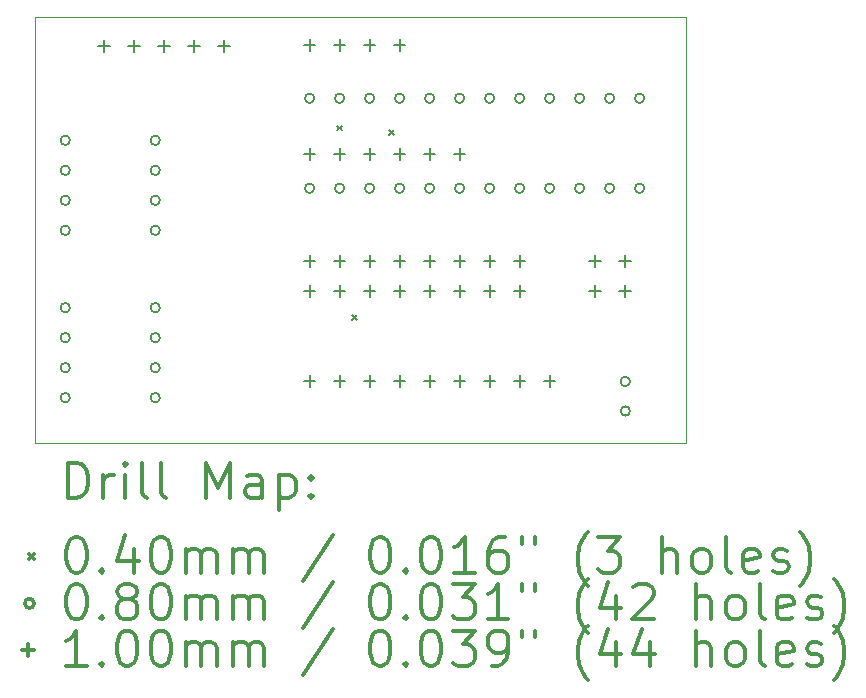
<source format=gbr>
%FSLAX45Y45*%
G04 Gerber Fmt 4.5, Leading zero omitted, Abs format (unit mm)*
G04 Created by KiCad (PCBNEW (5.1.9)-1) date 2023-05-10 20:36:40*
%MOMM*%
%LPD*%
G01*
G04 APERTURE LIST*
%TA.AperFunction,Profile*%
%ADD10C,0.050000*%
%TD*%
%ADD11C,0.200000*%
%ADD12C,0.300000*%
G04 APERTURE END LIST*
D10*
X9729500Y-11045000D02*
X9729500Y-7437000D01*
X15241500Y-11045000D02*
X9729500Y-11045000D01*
X15241500Y-7437000D02*
X15241500Y-11045000D01*
X9729500Y-7437000D02*
X15241500Y-7437000D01*
D11*
X12292000Y-8359639D02*
X12332000Y-8399639D01*
X12332000Y-8359639D02*
X12292000Y-8399639D01*
X12416500Y-9965000D02*
X12456500Y-10005000D01*
X12456500Y-9965000D02*
X12416500Y-10005000D01*
X12731283Y-8399711D02*
X12771283Y-8439711D01*
X12771283Y-8399711D02*
X12731283Y-8439711D01*
X10029500Y-8483000D02*
G75*
G03*
X10029500Y-8483000I-40000J0D01*
G01*
X10029500Y-8737000D02*
G75*
G03*
X10029500Y-8737000I-40000J0D01*
G01*
X10029500Y-8991000D02*
G75*
G03*
X10029500Y-8991000I-40000J0D01*
G01*
X10029500Y-9245000D02*
G75*
G03*
X10029500Y-9245000I-40000J0D01*
G01*
X10029500Y-9900500D02*
G75*
G03*
X10029500Y-9900500I-40000J0D01*
G01*
X10029500Y-10154500D02*
G75*
G03*
X10029500Y-10154500I-40000J0D01*
G01*
X10029500Y-10408500D02*
G75*
G03*
X10029500Y-10408500I-40000J0D01*
G01*
X10029500Y-10662500D02*
G75*
G03*
X10029500Y-10662500I-40000J0D01*
G01*
X10791500Y-8483000D02*
G75*
G03*
X10791500Y-8483000I-40000J0D01*
G01*
X10791500Y-8737000D02*
G75*
G03*
X10791500Y-8737000I-40000J0D01*
G01*
X10791500Y-8991000D02*
G75*
G03*
X10791500Y-8991000I-40000J0D01*
G01*
X10791500Y-9245000D02*
G75*
G03*
X10791500Y-9245000I-40000J0D01*
G01*
X10791500Y-9900500D02*
G75*
G03*
X10791500Y-9900500I-40000J0D01*
G01*
X10791500Y-10154500D02*
G75*
G03*
X10791500Y-10154500I-40000J0D01*
G01*
X10791500Y-10408500D02*
G75*
G03*
X10791500Y-10408500I-40000J0D01*
G01*
X10791500Y-10662500D02*
G75*
G03*
X10791500Y-10662500I-40000J0D01*
G01*
X12098000Y-8127500D02*
G75*
G03*
X12098000Y-8127500I-40000J0D01*
G01*
X12098000Y-8889500D02*
G75*
G03*
X12098000Y-8889500I-40000J0D01*
G01*
X12352000Y-8127500D02*
G75*
G03*
X12352000Y-8127500I-40000J0D01*
G01*
X12352000Y-8889500D02*
G75*
G03*
X12352000Y-8889500I-40000J0D01*
G01*
X12606000Y-8127500D02*
G75*
G03*
X12606000Y-8127500I-40000J0D01*
G01*
X12606000Y-8889500D02*
G75*
G03*
X12606000Y-8889500I-40000J0D01*
G01*
X12860000Y-8127500D02*
G75*
G03*
X12860000Y-8127500I-40000J0D01*
G01*
X12860000Y-8889500D02*
G75*
G03*
X12860000Y-8889500I-40000J0D01*
G01*
X13114000Y-8127500D02*
G75*
G03*
X13114000Y-8127500I-40000J0D01*
G01*
X13114000Y-8889500D02*
G75*
G03*
X13114000Y-8889500I-40000J0D01*
G01*
X13368000Y-8127500D02*
G75*
G03*
X13368000Y-8127500I-40000J0D01*
G01*
X13368000Y-8889500D02*
G75*
G03*
X13368000Y-8889500I-40000J0D01*
G01*
X13622000Y-8127500D02*
G75*
G03*
X13622000Y-8127500I-40000J0D01*
G01*
X13622000Y-8889500D02*
G75*
G03*
X13622000Y-8889500I-40000J0D01*
G01*
X13876000Y-8127500D02*
G75*
G03*
X13876000Y-8127500I-40000J0D01*
G01*
X13876000Y-8889500D02*
G75*
G03*
X13876000Y-8889500I-40000J0D01*
G01*
X14130000Y-8127500D02*
G75*
G03*
X14130000Y-8127500I-40000J0D01*
G01*
X14130000Y-8889500D02*
G75*
G03*
X14130000Y-8889500I-40000J0D01*
G01*
X14384000Y-8127500D02*
G75*
G03*
X14384000Y-8127500I-40000J0D01*
G01*
X14384000Y-8889500D02*
G75*
G03*
X14384000Y-8889500I-40000J0D01*
G01*
X14638000Y-8127500D02*
G75*
G03*
X14638000Y-8127500I-40000J0D01*
G01*
X14638000Y-8889500D02*
G75*
G03*
X14638000Y-8889500I-40000J0D01*
G01*
X14771500Y-10525500D02*
G75*
G03*
X14771500Y-10525500I-40000J0D01*
G01*
X14771500Y-10775500D02*
G75*
G03*
X14771500Y-10775500I-40000J0D01*
G01*
X14892000Y-8127500D02*
G75*
G03*
X14892000Y-8127500I-40000J0D01*
G01*
X14892000Y-8889500D02*
G75*
G03*
X14892000Y-8889500I-40000J0D01*
G01*
X10320500Y-7632500D02*
X10320500Y-7732500D01*
X10270500Y-7682500D02*
X10370500Y-7682500D01*
X10574500Y-7632500D02*
X10574500Y-7732500D01*
X10524500Y-7682500D02*
X10624500Y-7682500D01*
X10828500Y-7632500D02*
X10828500Y-7732500D01*
X10778500Y-7682500D02*
X10878500Y-7682500D01*
X11082500Y-7632500D02*
X11082500Y-7732500D01*
X11032500Y-7682500D02*
X11132500Y-7682500D01*
X11336500Y-7632500D02*
X11336500Y-7732500D01*
X11286500Y-7682500D02*
X11386500Y-7682500D01*
X12058000Y-7627500D02*
X12058000Y-7727500D01*
X12008000Y-7677500D02*
X12108000Y-7677500D01*
X12058000Y-8550500D02*
X12058000Y-8650500D01*
X12008000Y-8600500D02*
X12108000Y-8600500D01*
X12058000Y-9455500D02*
X12058000Y-9555500D01*
X12008000Y-9505500D02*
X12108000Y-9505500D01*
X12058000Y-9709500D02*
X12058000Y-9809500D01*
X12008000Y-9759500D02*
X12108000Y-9759500D01*
X12058000Y-10471500D02*
X12058000Y-10571500D01*
X12008000Y-10521500D02*
X12108000Y-10521500D01*
X12312000Y-7627500D02*
X12312000Y-7727500D01*
X12262000Y-7677500D02*
X12362000Y-7677500D01*
X12312000Y-8550500D02*
X12312000Y-8650500D01*
X12262000Y-8600500D02*
X12362000Y-8600500D01*
X12312000Y-9455500D02*
X12312000Y-9555500D01*
X12262000Y-9505500D02*
X12362000Y-9505500D01*
X12312000Y-9709500D02*
X12312000Y-9809500D01*
X12262000Y-9759500D02*
X12362000Y-9759500D01*
X12312000Y-10471500D02*
X12312000Y-10571500D01*
X12262000Y-10521500D02*
X12362000Y-10521500D01*
X12566000Y-7627500D02*
X12566000Y-7727500D01*
X12516000Y-7677500D02*
X12616000Y-7677500D01*
X12566000Y-8550500D02*
X12566000Y-8650500D01*
X12516000Y-8600500D02*
X12616000Y-8600500D01*
X12566000Y-9455500D02*
X12566000Y-9555500D01*
X12516000Y-9505500D02*
X12616000Y-9505500D01*
X12566000Y-9709500D02*
X12566000Y-9809500D01*
X12516000Y-9759500D02*
X12616000Y-9759500D01*
X12566000Y-10471500D02*
X12566000Y-10571500D01*
X12516000Y-10521500D02*
X12616000Y-10521500D01*
X12820000Y-7627500D02*
X12820000Y-7727500D01*
X12770000Y-7677500D02*
X12870000Y-7677500D01*
X12820000Y-8550500D02*
X12820000Y-8650500D01*
X12770000Y-8600500D02*
X12870000Y-8600500D01*
X12820000Y-9455500D02*
X12820000Y-9555500D01*
X12770000Y-9505500D02*
X12870000Y-9505500D01*
X12820000Y-9709500D02*
X12820000Y-9809500D01*
X12770000Y-9759500D02*
X12870000Y-9759500D01*
X12820000Y-10471500D02*
X12820000Y-10571500D01*
X12770000Y-10521500D02*
X12870000Y-10521500D01*
X13074000Y-8550500D02*
X13074000Y-8650500D01*
X13024000Y-8600500D02*
X13124000Y-8600500D01*
X13074000Y-9455500D02*
X13074000Y-9555500D01*
X13024000Y-9505500D02*
X13124000Y-9505500D01*
X13074000Y-9709500D02*
X13074000Y-9809500D01*
X13024000Y-9759500D02*
X13124000Y-9759500D01*
X13074000Y-10471500D02*
X13074000Y-10571500D01*
X13024000Y-10521500D02*
X13124000Y-10521500D01*
X13328000Y-8550500D02*
X13328000Y-8650500D01*
X13278000Y-8600500D02*
X13378000Y-8600500D01*
X13328000Y-9455500D02*
X13328000Y-9555500D01*
X13278000Y-9505500D02*
X13378000Y-9505500D01*
X13328000Y-9709500D02*
X13328000Y-9809500D01*
X13278000Y-9759500D02*
X13378000Y-9759500D01*
X13328000Y-10471500D02*
X13328000Y-10571500D01*
X13278000Y-10521500D02*
X13378000Y-10521500D01*
X13582000Y-9455500D02*
X13582000Y-9555500D01*
X13532000Y-9505500D02*
X13632000Y-9505500D01*
X13582000Y-9709500D02*
X13582000Y-9809500D01*
X13532000Y-9759500D02*
X13632000Y-9759500D01*
X13582000Y-10471500D02*
X13582000Y-10571500D01*
X13532000Y-10521500D02*
X13632000Y-10521500D01*
X13836000Y-9455500D02*
X13836000Y-9555500D01*
X13786000Y-9505500D02*
X13886000Y-9505500D01*
X13836000Y-9709500D02*
X13836000Y-9809500D01*
X13786000Y-9759500D02*
X13886000Y-9759500D01*
X13836000Y-10471500D02*
X13836000Y-10571500D01*
X13786000Y-10521500D02*
X13886000Y-10521500D01*
X14090000Y-10471500D02*
X14090000Y-10571500D01*
X14040000Y-10521500D02*
X14140000Y-10521500D01*
X14474500Y-9455500D02*
X14474500Y-9555500D01*
X14424500Y-9505500D02*
X14524500Y-9505500D01*
X14474500Y-9709500D02*
X14474500Y-9809500D01*
X14424500Y-9759500D02*
X14524500Y-9759500D01*
X14728500Y-9455500D02*
X14728500Y-9555500D01*
X14678500Y-9505500D02*
X14778500Y-9505500D01*
X14728500Y-9709500D02*
X14728500Y-9809500D01*
X14678500Y-9759500D02*
X14778500Y-9759500D01*
D12*
X10013428Y-11513214D02*
X10013428Y-11213214D01*
X10084857Y-11213214D01*
X10127714Y-11227500D01*
X10156286Y-11256071D01*
X10170571Y-11284643D01*
X10184857Y-11341786D01*
X10184857Y-11384643D01*
X10170571Y-11441786D01*
X10156286Y-11470357D01*
X10127714Y-11498929D01*
X10084857Y-11513214D01*
X10013428Y-11513214D01*
X10313428Y-11513214D02*
X10313428Y-11313214D01*
X10313428Y-11370357D02*
X10327714Y-11341786D01*
X10342000Y-11327500D01*
X10370571Y-11313214D01*
X10399143Y-11313214D01*
X10499143Y-11513214D02*
X10499143Y-11313214D01*
X10499143Y-11213214D02*
X10484857Y-11227500D01*
X10499143Y-11241786D01*
X10513428Y-11227500D01*
X10499143Y-11213214D01*
X10499143Y-11241786D01*
X10684857Y-11513214D02*
X10656286Y-11498929D01*
X10642000Y-11470357D01*
X10642000Y-11213214D01*
X10842000Y-11513214D02*
X10813428Y-11498929D01*
X10799143Y-11470357D01*
X10799143Y-11213214D01*
X11184857Y-11513214D02*
X11184857Y-11213214D01*
X11284857Y-11427500D01*
X11384857Y-11213214D01*
X11384857Y-11513214D01*
X11656286Y-11513214D02*
X11656286Y-11356071D01*
X11642000Y-11327500D01*
X11613428Y-11313214D01*
X11556286Y-11313214D01*
X11527714Y-11327500D01*
X11656286Y-11498929D02*
X11627714Y-11513214D01*
X11556286Y-11513214D01*
X11527714Y-11498929D01*
X11513428Y-11470357D01*
X11513428Y-11441786D01*
X11527714Y-11413214D01*
X11556286Y-11398929D01*
X11627714Y-11398929D01*
X11656286Y-11384643D01*
X11799143Y-11313214D02*
X11799143Y-11613214D01*
X11799143Y-11327500D02*
X11827714Y-11313214D01*
X11884857Y-11313214D01*
X11913428Y-11327500D01*
X11927714Y-11341786D01*
X11942000Y-11370357D01*
X11942000Y-11456071D01*
X11927714Y-11484643D01*
X11913428Y-11498929D01*
X11884857Y-11513214D01*
X11827714Y-11513214D01*
X11799143Y-11498929D01*
X12070571Y-11484643D02*
X12084857Y-11498929D01*
X12070571Y-11513214D01*
X12056286Y-11498929D01*
X12070571Y-11484643D01*
X12070571Y-11513214D01*
X12070571Y-11327500D02*
X12084857Y-11341786D01*
X12070571Y-11356071D01*
X12056286Y-11341786D01*
X12070571Y-11327500D01*
X12070571Y-11356071D01*
X9687000Y-11987500D02*
X9727000Y-12027500D01*
X9727000Y-11987500D02*
X9687000Y-12027500D01*
X10070571Y-11843214D02*
X10099143Y-11843214D01*
X10127714Y-11857500D01*
X10142000Y-11871786D01*
X10156286Y-11900357D01*
X10170571Y-11957500D01*
X10170571Y-12028929D01*
X10156286Y-12086071D01*
X10142000Y-12114643D01*
X10127714Y-12128929D01*
X10099143Y-12143214D01*
X10070571Y-12143214D01*
X10042000Y-12128929D01*
X10027714Y-12114643D01*
X10013428Y-12086071D01*
X9999143Y-12028929D01*
X9999143Y-11957500D01*
X10013428Y-11900357D01*
X10027714Y-11871786D01*
X10042000Y-11857500D01*
X10070571Y-11843214D01*
X10299143Y-12114643D02*
X10313428Y-12128929D01*
X10299143Y-12143214D01*
X10284857Y-12128929D01*
X10299143Y-12114643D01*
X10299143Y-12143214D01*
X10570571Y-11943214D02*
X10570571Y-12143214D01*
X10499143Y-11828929D02*
X10427714Y-12043214D01*
X10613428Y-12043214D01*
X10784857Y-11843214D02*
X10813428Y-11843214D01*
X10842000Y-11857500D01*
X10856286Y-11871786D01*
X10870571Y-11900357D01*
X10884857Y-11957500D01*
X10884857Y-12028929D01*
X10870571Y-12086071D01*
X10856286Y-12114643D01*
X10842000Y-12128929D01*
X10813428Y-12143214D01*
X10784857Y-12143214D01*
X10756286Y-12128929D01*
X10742000Y-12114643D01*
X10727714Y-12086071D01*
X10713428Y-12028929D01*
X10713428Y-11957500D01*
X10727714Y-11900357D01*
X10742000Y-11871786D01*
X10756286Y-11857500D01*
X10784857Y-11843214D01*
X11013428Y-12143214D02*
X11013428Y-11943214D01*
X11013428Y-11971786D02*
X11027714Y-11957500D01*
X11056286Y-11943214D01*
X11099143Y-11943214D01*
X11127714Y-11957500D01*
X11142000Y-11986071D01*
X11142000Y-12143214D01*
X11142000Y-11986071D02*
X11156286Y-11957500D01*
X11184857Y-11943214D01*
X11227714Y-11943214D01*
X11256286Y-11957500D01*
X11270571Y-11986071D01*
X11270571Y-12143214D01*
X11413428Y-12143214D02*
X11413428Y-11943214D01*
X11413428Y-11971786D02*
X11427714Y-11957500D01*
X11456286Y-11943214D01*
X11499143Y-11943214D01*
X11527714Y-11957500D01*
X11542000Y-11986071D01*
X11542000Y-12143214D01*
X11542000Y-11986071D02*
X11556286Y-11957500D01*
X11584857Y-11943214D01*
X11627714Y-11943214D01*
X11656286Y-11957500D01*
X11670571Y-11986071D01*
X11670571Y-12143214D01*
X12256286Y-11828929D02*
X11999143Y-12214643D01*
X12642000Y-11843214D02*
X12670571Y-11843214D01*
X12699143Y-11857500D01*
X12713428Y-11871786D01*
X12727714Y-11900357D01*
X12742000Y-11957500D01*
X12742000Y-12028929D01*
X12727714Y-12086071D01*
X12713428Y-12114643D01*
X12699143Y-12128929D01*
X12670571Y-12143214D01*
X12642000Y-12143214D01*
X12613428Y-12128929D01*
X12599143Y-12114643D01*
X12584857Y-12086071D01*
X12570571Y-12028929D01*
X12570571Y-11957500D01*
X12584857Y-11900357D01*
X12599143Y-11871786D01*
X12613428Y-11857500D01*
X12642000Y-11843214D01*
X12870571Y-12114643D02*
X12884857Y-12128929D01*
X12870571Y-12143214D01*
X12856286Y-12128929D01*
X12870571Y-12114643D01*
X12870571Y-12143214D01*
X13070571Y-11843214D02*
X13099143Y-11843214D01*
X13127714Y-11857500D01*
X13142000Y-11871786D01*
X13156286Y-11900357D01*
X13170571Y-11957500D01*
X13170571Y-12028929D01*
X13156286Y-12086071D01*
X13142000Y-12114643D01*
X13127714Y-12128929D01*
X13099143Y-12143214D01*
X13070571Y-12143214D01*
X13042000Y-12128929D01*
X13027714Y-12114643D01*
X13013428Y-12086071D01*
X12999143Y-12028929D01*
X12999143Y-11957500D01*
X13013428Y-11900357D01*
X13027714Y-11871786D01*
X13042000Y-11857500D01*
X13070571Y-11843214D01*
X13456286Y-12143214D02*
X13284857Y-12143214D01*
X13370571Y-12143214D02*
X13370571Y-11843214D01*
X13342000Y-11886071D01*
X13313428Y-11914643D01*
X13284857Y-11928929D01*
X13713428Y-11843214D02*
X13656286Y-11843214D01*
X13627714Y-11857500D01*
X13613428Y-11871786D01*
X13584857Y-11914643D01*
X13570571Y-11971786D01*
X13570571Y-12086071D01*
X13584857Y-12114643D01*
X13599143Y-12128929D01*
X13627714Y-12143214D01*
X13684857Y-12143214D01*
X13713428Y-12128929D01*
X13727714Y-12114643D01*
X13742000Y-12086071D01*
X13742000Y-12014643D01*
X13727714Y-11986071D01*
X13713428Y-11971786D01*
X13684857Y-11957500D01*
X13627714Y-11957500D01*
X13599143Y-11971786D01*
X13584857Y-11986071D01*
X13570571Y-12014643D01*
X13856286Y-11843214D02*
X13856286Y-11900357D01*
X13970571Y-11843214D02*
X13970571Y-11900357D01*
X14413428Y-12257500D02*
X14399143Y-12243214D01*
X14370571Y-12200357D01*
X14356286Y-12171786D01*
X14342000Y-12128929D01*
X14327714Y-12057500D01*
X14327714Y-12000357D01*
X14342000Y-11928929D01*
X14356286Y-11886071D01*
X14370571Y-11857500D01*
X14399143Y-11814643D01*
X14413428Y-11800357D01*
X14499143Y-11843214D02*
X14684857Y-11843214D01*
X14584857Y-11957500D01*
X14627714Y-11957500D01*
X14656286Y-11971786D01*
X14670571Y-11986071D01*
X14684857Y-12014643D01*
X14684857Y-12086071D01*
X14670571Y-12114643D01*
X14656286Y-12128929D01*
X14627714Y-12143214D01*
X14542000Y-12143214D01*
X14513428Y-12128929D01*
X14499143Y-12114643D01*
X15042000Y-12143214D02*
X15042000Y-11843214D01*
X15170571Y-12143214D02*
X15170571Y-11986071D01*
X15156286Y-11957500D01*
X15127714Y-11943214D01*
X15084857Y-11943214D01*
X15056286Y-11957500D01*
X15042000Y-11971786D01*
X15356286Y-12143214D02*
X15327714Y-12128929D01*
X15313428Y-12114643D01*
X15299143Y-12086071D01*
X15299143Y-12000357D01*
X15313428Y-11971786D01*
X15327714Y-11957500D01*
X15356286Y-11943214D01*
X15399143Y-11943214D01*
X15427714Y-11957500D01*
X15442000Y-11971786D01*
X15456286Y-12000357D01*
X15456286Y-12086071D01*
X15442000Y-12114643D01*
X15427714Y-12128929D01*
X15399143Y-12143214D01*
X15356286Y-12143214D01*
X15627714Y-12143214D02*
X15599143Y-12128929D01*
X15584857Y-12100357D01*
X15584857Y-11843214D01*
X15856286Y-12128929D02*
X15827714Y-12143214D01*
X15770571Y-12143214D01*
X15742000Y-12128929D01*
X15727714Y-12100357D01*
X15727714Y-11986071D01*
X15742000Y-11957500D01*
X15770571Y-11943214D01*
X15827714Y-11943214D01*
X15856286Y-11957500D01*
X15870571Y-11986071D01*
X15870571Y-12014643D01*
X15727714Y-12043214D01*
X15984857Y-12128929D02*
X16013428Y-12143214D01*
X16070571Y-12143214D01*
X16099143Y-12128929D01*
X16113428Y-12100357D01*
X16113428Y-12086071D01*
X16099143Y-12057500D01*
X16070571Y-12043214D01*
X16027714Y-12043214D01*
X15999143Y-12028929D01*
X15984857Y-12000357D01*
X15984857Y-11986071D01*
X15999143Y-11957500D01*
X16027714Y-11943214D01*
X16070571Y-11943214D01*
X16099143Y-11957500D01*
X16213428Y-12257500D02*
X16227714Y-12243214D01*
X16256286Y-12200357D01*
X16270571Y-12171786D01*
X16284857Y-12128929D01*
X16299143Y-12057500D01*
X16299143Y-12000357D01*
X16284857Y-11928929D01*
X16270571Y-11886071D01*
X16256286Y-11857500D01*
X16227714Y-11814643D01*
X16213428Y-11800357D01*
X9727000Y-12403500D02*
G75*
G03*
X9727000Y-12403500I-40000J0D01*
G01*
X10070571Y-12239214D02*
X10099143Y-12239214D01*
X10127714Y-12253500D01*
X10142000Y-12267786D01*
X10156286Y-12296357D01*
X10170571Y-12353500D01*
X10170571Y-12424929D01*
X10156286Y-12482071D01*
X10142000Y-12510643D01*
X10127714Y-12524929D01*
X10099143Y-12539214D01*
X10070571Y-12539214D01*
X10042000Y-12524929D01*
X10027714Y-12510643D01*
X10013428Y-12482071D01*
X9999143Y-12424929D01*
X9999143Y-12353500D01*
X10013428Y-12296357D01*
X10027714Y-12267786D01*
X10042000Y-12253500D01*
X10070571Y-12239214D01*
X10299143Y-12510643D02*
X10313428Y-12524929D01*
X10299143Y-12539214D01*
X10284857Y-12524929D01*
X10299143Y-12510643D01*
X10299143Y-12539214D01*
X10484857Y-12367786D02*
X10456286Y-12353500D01*
X10442000Y-12339214D01*
X10427714Y-12310643D01*
X10427714Y-12296357D01*
X10442000Y-12267786D01*
X10456286Y-12253500D01*
X10484857Y-12239214D01*
X10542000Y-12239214D01*
X10570571Y-12253500D01*
X10584857Y-12267786D01*
X10599143Y-12296357D01*
X10599143Y-12310643D01*
X10584857Y-12339214D01*
X10570571Y-12353500D01*
X10542000Y-12367786D01*
X10484857Y-12367786D01*
X10456286Y-12382071D01*
X10442000Y-12396357D01*
X10427714Y-12424929D01*
X10427714Y-12482071D01*
X10442000Y-12510643D01*
X10456286Y-12524929D01*
X10484857Y-12539214D01*
X10542000Y-12539214D01*
X10570571Y-12524929D01*
X10584857Y-12510643D01*
X10599143Y-12482071D01*
X10599143Y-12424929D01*
X10584857Y-12396357D01*
X10570571Y-12382071D01*
X10542000Y-12367786D01*
X10784857Y-12239214D02*
X10813428Y-12239214D01*
X10842000Y-12253500D01*
X10856286Y-12267786D01*
X10870571Y-12296357D01*
X10884857Y-12353500D01*
X10884857Y-12424929D01*
X10870571Y-12482071D01*
X10856286Y-12510643D01*
X10842000Y-12524929D01*
X10813428Y-12539214D01*
X10784857Y-12539214D01*
X10756286Y-12524929D01*
X10742000Y-12510643D01*
X10727714Y-12482071D01*
X10713428Y-12424929D01*
X10713428Y-12353500D01*
X10727714Y-12296357D01*
X10742000Y-12267786D01*
X10756286Y-12253500D01*
X10784857Y-12239214D01*
X11013428Y-12539214D02*
X11013428Y-12339214D01*
X11013428Y-12367786D02*
X11027714Y-12353500D01*
X11056286Y-12339214D01*
X11099143Y-12339214D01*
X11127714Y-12353500D01*
X11142000Y-12382071D01*
X11142000Y-12539214D01*
X11142000Y-12382071D02*
X11156286Y-12353500D01*
X11184857Y-12339214D01*
X11227714Y-12339214D01*
X11256286Y-12353500D01*
X11270571Y-12382071D01*
X11270571Y-12539214D01*
X11413428Y-12539214D02*
X11413428Y-12339214D01*
X11413428Y-12367786D02*
X11427714Y-12353500D01*
X11456286Y-12339214D01*
X11499143Y-12339214D01*
X11527714Y-12353500D01*
X11542000Y-12382071D01*
X11542000Y-12539214D01*
X11542000Y-12382071D02*
X11556286Y-12353500D01*
X11584857Y-12339214D01*
X11627714Y-12339214D01*
X11656286Y-12353500D01*
X11670571Y-12382071D01*
X11670571Y-12539214D01*
X12256286Y-12224929D02*
X11999143Y-12610643D01*
X12642000Y-12239214D02*
X12670571Y-12239214D01*
X12699143Y-12253500D01*
X12713428Y-12267786D01*
X12727714Y-12296357D01*
X12742000Y-12353500D01*
X12742000Y-12424929D01*
X12727714Y-12482071D01*
X12713428Y-12510643D01*
X12699143Y-12524929D01*
X12670571Y-12539214D01*
X12642000Y-12539214D01*
X12613428Y-12524929D01*
X12599143Y-12510643D01*
X12584857Y-12482071D01*
X12570571Y-12424929D01*
X12570571Y-12353500D01*
X12584857Y-12296357D01*
X12599143Y-12267786D01*
X12613428Y-12253500D01*
X12642000Y-12239214D01*
X12870571Y-12510643D02*
X12884857Y-12524929D01*
X12870571Y-12539214D01*
X12856286Y-12524929D01*
X12870571Y-12510643D01*
X12870571Y-12539214D01*
X13070571Y-12239214D02*
X13099143Y-12239214D01*
X13127714Y-12253500D01*
X13142000Y-12267786D01*
X13156286Y-12296357D01*
X13170571Y-12353500D01*
X13170571Y-12424929D01*
X13156286Y-12482071D01*
X13142000Y-12510643D01*
X13127714Y-12524929D01*
X13099143Y-12539214D01*
X13070571Y-12539214D01*
X13042000Y-12524929D01*
X13027714Y-12510643D01*
X13013428Y-12482071D01*
X12999143Y-12424929D01*
X12999143Y-12353500D01*
X13013428Y-12296357D01*
X13027714Y-12267786D01*
X13042000Y-12253500D01*
X13070571Y-12239214D01*
X13270571Y-12239214D02*
X13456286Y-12239214D01*
X13356286Y-12353500D01*
X13399143Y-12353500D01*
X13427714Y-12367786D01*
X13442000Y-12382071D01*
X13456286Y-12410643D01*
X13456286Y-12482071D01*
X13442000Y-12510643D01*
X13427714Y-12524929D01*
X13399143Y-12539214D01*
X13313428Y-12539214D01*
X13284857Y-12524929D01*
X13270571Y-12510643D01*
X13742000Y-12539214D02*
X13570571Y-12539214D01*
X13656286Y-12539214D02*
X13656286Y-12239214D01*
X13627714Y-12282071D01*
X13599143Y-12310643D01*
X13570571Y-12324929D01*
X13856286Y-12239214D02*
X13856286Y-12296357D01*
X13970571Y-12239214D02*
X13970571Y-12296357D01*
X14413428Y-12653500D02*
X14399143Y-12639214D01*
X14370571Y-12596357D01*
X14356286Y-12567786D01*
X14342000Y-12524929D01*
X14327714Y-12453500D01*
X14327714Y-12396357D01*
X14342000Y-12324929D01*
X14356286Y-12282071D01*
X14370571Y-12253500D01*
X14399143Y-12210643D01*
X14413428Y-12196357D01*
X14656286Y-12339214D02*
X14656286Y-12539214D01*
X14584857Y-12224929D02*
X14513428Y-12439214D01*
X14699143Y-12439214D01*
X14799143Y-12267786D02*
X14813428Y-12253500D01*
X14842000Y-12239214D01*
X14913428Y-12239214D01*
X14942000Y-12253500D01*
X14956286Y-12267786D01*
X14970571Y-12296357D01*
X14970571Y-12324929D01*
X14956286Y-12367786D01*
X14784857Y-12539214D01*
X14970571Y-12539214D01*
X15327714Y-12539214D02*
X15327714Y-12239214D01*
X15456286Y-12539214D02*
X15456286Y-12382071D01*
X15442000Y-12353500D01*
X15413428Y-12339214D01*
X15370571Y-12339214D01*
X15342000Y-12353500D01*
X15327714Y-12367786D01*
X15642000Y-12539214D02*
X15613428Y-12524929D01*
X15599143Y-12510643D01*
X15584857Y-12482071D01*
X15584857Y-12396357D01*
X15599143Y-12367786D01*
X15613428Y-12353500D01*
X15642000Y-12339214D01*
X15684857Y-12339214D01*
X15713428Y-12353500D01*
X15727714Y-12367786D01*
X15742000Y-12396357D01*
X15742000Y-12482071D01*
X15727714Y-12510643D01*
X15713428Y-12524929D01*
X15684857Y-12539214D01*
X15642000Y-12539214D01*
X15913428Y-12539214D02*
X15884857Y-12524929D01*
X15870571Y-12496357D01*
X15870571Y-12239214D01*
X16142000Y-12524929D02*
X16113428Y-12539214D01*
X16056286Y-12539214D01*
X16027714Y-12524929D01*
X16013428Y-12496357D01*
X16013428Y-12382071D01*
X16027714Y-12353500D01*
X16056286Y-12339214D01*
X16113428Y-12339214D01*
X16142000Y-12353500D01*
X16156286Y-12382071D01*
X16156286Y-12410643D01*
X16013428Y-12439214D01*
X16270571Y-12524929D02*
X16299143Y-12539214D01*
X16356286Y-12539214D01*
X16384857Y-12524929D01*
X16399143Y-12496357D01*
X16399143Y-12482071D01*
X16384857Y-12453500D01*
X16356286Y-12439214D01*
X16313428Y-12439214D01*
X16284857Y-12424929D01*
X16270571Y-12396357D01*
X16270571Y-12382071D01*
X16284857Y-12353500D01*
X16313428Y-12339214D01*
X16356286Y-12339214D01*
X16384857Y-12353500D01*
X16499143Y-12653500D02*
X16513428Y-12639214D01*
X16542000Y-12596357D01*
X16556286Y-12567786D01*
X16570571Y-12524929D01*
X16584857Y-12453500D01*
X16584857Y-12396357D01*
X16570571Y-12324929D01*
X16556286Y-12282071D01*
X16542000Y-12253500D01*
X16513428Y-12210643D01*
X16499143Y-12196357D01*
X9677000Y-12749500D02*
X9677000Y-12849500D01*
X9627000Y-12799500D02*
X9727000Y-12799500D01*
X10170571Y-12935214D02*
X9999143Y-12935214D01*
X10084857Y-12935214D02*
X10084857Y-12635214D01*
X10056286Y-12678071D01*
X10027714Y-12706643D01*
X9999143Y-12720929D01*
X10299143Y-12906643D02*
X10313428Y-12920929D01*
X10299143Y-12935214D01*
X10284857Y-12920929D01*
X10299143Y-12906643D01*
X10299143Y-12935214D01*
X10499143Y-12635214D02*
X10527714Y-12635214D01*
X10556286Y-12649500D01*
X10570571Y-12663786D01*
X10584857Y-12692357D01*
X10599143Y-12749500D01*
X10599143Y-12820929D01*
X10584857Y-12878071D01*
X10570571Y-12906643D01*
X10556286Y-12920929D01*
X10527714Y-12935214D01*
X10499143Y-12935214D01*
X10470571Y-12920929D01*
X10456286Y-12906643D01*
X10442000Y-12878071D01*
X10427714Y-12820929D01*
X10427714Y-12749500D01*
X10442000Y-12692357D01*
X10456286Y-12663786D01*
X10470571Y-12649500D01*
X10499143Y-12635214D01*
X10784857Y-12635214D02*
X10813428Y-12635214D01*
X10842000Y-12649500D01*
X10856286Y-12663786D01*
X10870571Y-12692357D01*
X10884857Y-12749500D01*
X10884857Y-12820929D01*
X10870571Y-12878071D01*
X10856286Y-12906643D01*
X10842000Y-12920929D01*
X10813428Y-12935214D01*
X10784857Y-12935214D01*
X10756286Y-12920929D01*
X10742000Y-12906643D01*
X10727714Y-12878071D01*
X10713428Y-12820929D01*
X10713428Y-12749500D01*
X10727714Y-12692357D01*
X10742000Y-12663786D01*
X10756286Y-12649500D01*
X10784857Y-12635214D01*
X11013428Y-12935214D02*
X11013428Y-12735214D01*
X11013428Y-12763786D02*
X11027714Y-12749500D01*
X11056286Y-12735214D01*
X11099143Y-12735214D01*
X11127714Y-12749500D01*
X11142000Y-12778071D01*
X11142000Y-12935214D01*
X11142000Y-12778071D02*
X11156286Y-12749500D01*
X11184857Y-12735214D01*
X11227714Y-12735214D01*
X11256286Y-12749500D01*
X11270571Y-12778071D01*
X11270571Y-12935214D01*
X11413428Y-12935214D02*
X11413428Y-12735214D01*
X11413428Y-12763786D02*
X11427714Y-12749500D01*
X11456286Y-12735214D01*
X11499143Y-12735214D01*
X11527714Y-12749500D01*
X11542000Y-12778071D01*
X11542000Y-12935214D01*
X11542000Y-12778071D02*
X11556286Y-12749500D01*
X11584857Y-12735214D01*
X11627714Y-12735214D01*
X11656286Y-12749500D01*
X11670571Y-12778071D01*
X11670571Y-12935214D01*
X12256286Y-12620929D02*
X11999143Y-13006643D01*
X12642000Y-12635214D02*
X12670571Y-12635214D01*
X12699143Y-12649500D01*
X12713428Y-12663786D01*
X12727714Y-12692357D01*
X12742000Y-12749500D01*
X12742000Y-12820929D01*
X12727714Y-12878071D01*
X12713428Y-12906643D01*
X12699143Y-12920929D01*
X12670571Y-12935214D01*
X12642000Y-12935214D01*
X12613428Y-12920929D01*
X12599143Y-12906643D01*
X12584857Y-12878071D01*
X12570571Y-12820929D01*
X12570571Y-12749500D01*
X12584857Y-12692357D01*
X12599143Y-12663786D01*
X12613428Y-12649500D01*
X12642000Y-12635214D01*
X12870571Y-12906643D02*
X12884857Y-12920929D01*
X12870571Y-12935214D01*
X12856286Y-12920929D01*
X12870571Y-12906643D01*
X12870571Y-12935214D01*
X13070571Y-12635214D02*
X13099143Y-12635214D01*
X13127714Y-12649500D01*
X13142000Y-12663786D01*
X13156286Y-12692357D01*
X13170571Y-12749500D01*
X13170571Y-12820929D01*
X13156286Y-12878071D01*
X13142000Y-12906643D01*
X13127714Y-12920929D01*
X13099143Y-12935214D01*
X13070571Y-12935214D01*
X13042000Y-12920929D01*
X13027714Y-12906643D01*
X13013428Y-12878071D01*
X12999143Y-12820929D01*
X12999143Y-12749500D01*
X13013428Y-12692357D01*
X13027714Y-12663786D01*
X13042000Y-12649500D01*
X13070571Y-12635214D01*
X13270571Y-12635214D02*
X13456286Y-12635214D01*
X13356286Y-12749500D01*
X13399143Y-12749500D01*
X13427714Y-12763786D01*
X13442000Y-12778071D01*
X13456286Y-12806643D01*
X13456286Y-12878071D01*
X13442000Y-12906643D01*
X13427714Y-12920929D01*
X13399143Y-12935214D01*
X13313428Y-12935214D01*
X13284857Y-12920929D01*
X13270571Y-12906643D01*
X13599143Y-12935214D02*
X13656286Y-12935214D01*
X13684857Y-12920929D01*
X13699143Y-12906643D01*
X13727714Y-12863786D01*
X13742000Y-12806643D01*
X13742000Y-12692357D01*
X13727714Y-12663786D01*
X13713428Y-12649500D01*
X13684857Y-12635214D01*
X13627714Y-12635214D01*
X13599143Y-12649500D01*
X13584857Y-12663786D01*
X13570571Y-12692357D01*
X13570571Y-12763786D01*
X13584857Y-12792357D01*
X13599143Y-12806643D01*
X13627714Y-12820929D01*
X13684857Y-12820929D01*
X13713428Y-12806643D01*
X13727714Y-12792357D01*
X13742000Y-12763786D01*
X13856286Y-12635214D02*
X13856286Y-12692357D01*
X13970571Y-12635214D02*
X13970571Y-12692357D01*
X14413428Y-13049500D02*
X14399143Y-13035214D01*
X14370571Y-12992357D01*
X14356286Y-12963786D01*
X14342000Y-12920929D01*
X14327714Y-12849500D01*
X14327714Y-12792357D01*
X14342000Y-12720929D01*
X14356286Y-12678071D01*
X14370571Y-12649500D01*
X14399143Y-12606643D01*
X14413428Y-12592357D01*
X14656286Y-12735214D02*
X14656286Y-12935214D01*
X14584857Y-12620929D02*
X14513428Y-12835214D01*
X14699143Y-12835214D01*
X14942000Y-12735214D02*
X14942000Y-12935214D01*
X14870571Y-12620929D02*
X14799143Y-12835214D01*
X14984857Y-12835214D01*
X15327714Y-12935214D02*
X15327714Y-12635214D01*
X15456286Y-12935214D02*
X15456286Y-12778071D01*
X15442000Y-12749500D01*
X15413428Y-12735214D01*
X15370571Y-12735214D01*
X15342000Y-12749500D01*
X15327714Y-12763786D01*
X15642000Y-12935214D02*
X15613428Y-12920929D01*
X15599143Y-12906643D01*
X15584857Y-12878071D01*
X15584857Y-12792357D01*
X15599143Y-12763786D01*
X15613428Y-12749500D01*
X15642000Y-12735214D01*
X15684857Y-12735214D01*
X15713428Y-12749500D01*
X15727714Y-12763786D01*
X15742000Y-12792357D01*
X15742000Y-12878071D01*
X15727714Y-12906643D01*
X15713428Y-12920929D01*
X15684857Y-12935214D01*
X15642000Y-12935214D01*
X15913428Y-12935214D02*
X15884857Y-12920929D01*
X15870571Y-12892357D01*
X15870571Y-12635214D01*
X16142000Y-12920929D02*
X16113428Y-12935214D01*
X16056286Y-12935214D01*
X16027714Y-12920929D01*
X16013428Y-12892357D01*
X16013428Y-12778071D01*
X16027714Y-12749500D01*
X16056286Y-12735214D01*
X16113428Y-12735214D01*
X16142000Y-12749500D01*
X16156286Y-12778071D01*
X16156286Y-12806643D01*
X16013428Y-12835214D01*
X16270571Y-12920929D02*
X16299143Y-12935214D01*
X16356286Y-12935214D01*
X16384857Y-12920929D01*
X16399143Y-12892357D01*
X16399143Y-12878071D01*
X16384857Y-12849500D01*
X16356286Y-12835214D01*
X16313428Y-12835214D01*
X16284857Y-12820929D01*
X16270571Y-12792357D01*
X16270571Y-12778071D01*
X16284857Y-12749500D01*
X16313428Y-12735214D01*
X16356286Y-12735214D01*
X16384857Y-12749500D01*
X16499143Y-13049500D02*
X16513428Y-13035214D01*
X16542000Y-12992357D01*
X16556286Y-12963786D01*
X16570571Y-12920929D01*
X16584857Y-12849500D01*
X16584857Y-12792357D01*
X16570571Y-12720929D01*
X16556286Y-12678071D01*
X16542000Y-12649500D01*
X16513428Y-12606643D01*
X16499143Y-12592357D01*
M02*

</source>
